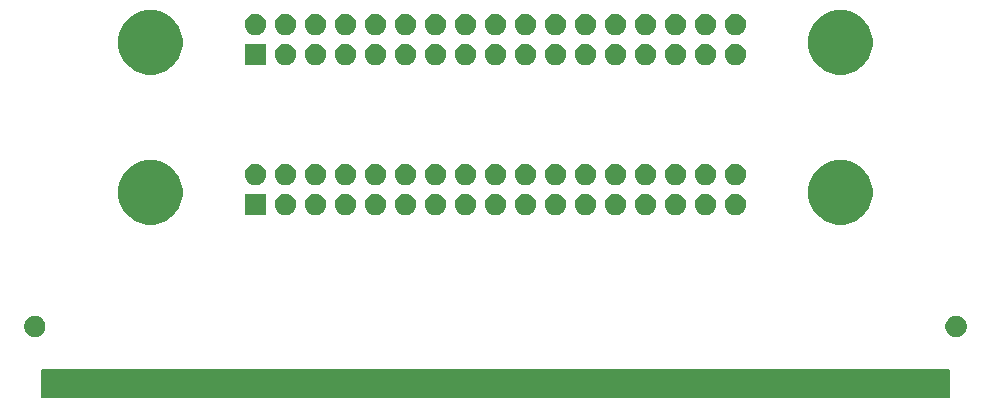
<source format=gbr>
G04 #@! TF.GenerationSoftware,KiCad,Pcbnew,5.1.5+dfsg1-2build2*
G04 #@! TF.CreationDate,2021-02-25T12:04:28+01:00*
G04 #@! TF.ProjectId,DIMMCartridgeConect,44494d4d-4361-4727-9472-69646765436f,rev?*
G04 #@! TF.SameCoordinates,Original*
G04 #@! TF.FileFunction,Soldermask,Bot*
G04 #@! TF.FilePolarity,Negative*
%FSLAX46Y46*%
G04 Gerber Fmt 4.6, Leading zero omitted, Abs format (unit mm)*
G04 Created by KiCad (PCBNEW 5.1.5+dfsg1-2build2) date 2021-02-25 12:04:28*
%MOMM*%
%LPD*%
G04 APERTURE LIST*
%ADD10C,0.150000*%
%ADD11C,0.100000*%
G04 APERTURE END LIST*
D10*
G36*
X61600000Y-130740000D02*
G01*
X61600000Y-133040000D01*
X138400000Y-133040000D01*
X138400000Y-130740000D01*
X61600000Y-130740000D01*
G37*
X61600000Y-130740000D02*
X61600000Y-133040000D01*
X138400000Y-133040000D01*
X138400000Y-130740000D01*
X61600000Y-130740000D01*
D11*
G36*
X138000000Y-132540000D02*
G01*
X104000000Y-132540000D01*
X104000000Y-130740000D01*
X138000000Y-130740000D01*
X138000000Y-132540000D01*
G37*
G36*
X100800000Y-132540000D02*
G01*
X62000000Y-132540000D01*
X62000000Y-130740000D01*
X100800000Y-130740000D01*
X100800000Y-132540000D01*
G37*
G36*
X61262520Y-126174586D02*
G01*
X61426310Y-126242430D01*
X61573717Y-126340924D01*
X61699076Y-126466283D01*
X61797570Y-126613690D01*
X61865414Y-126777480D01*
X61900000Y-126951358D01*
X61900000Y-127128642D01*
X61865414Y-127302520D01*
X61797570Y-127466310D01*
X61699076Y-127613717D01*
X61573717Y-127739076D01*
X61426310Y-127837570D01*
X61426309Y-127837571D01*
X61426308Y-127837571D01*
X61262520Y-127905414D01*
X61088644Y-127940000D01*
X60911356Y-127940000D01*
X60737480Y-127905414D01*
X60573692Y-127837571D01*
X60573691Y-127837571D01*
X60573690Y-127837570D01*
X60426283Y-127739076D01*
X60300924Y-127613717D01*
X60202430Y-127466310D01*
X60134586Y-127302520D01*
X60100000Y-127128642D01*
X60100000Y-126951358D01*
X60134586Y-126777480D01*
X60202430Y-126613690D01*
X60300924Y-126466283D01*
X60426283Y-126340924D01*
X60573690Y-126242430D01*
X60737480Y-126174586D01*
X60911356Y-126140000D01*
X61088644Y-126140000D01*
X61262520Y-126174586D01*
G37*
G36*
X139262520Y-126174586D02*
G01*
X139426310Y-126242430D01*
X139573717Y-126340924D01*
X139699076Y-126466283D01*
X139797570Y-126613690D01*
X139865414Y-126777480D01*
X139900000Y-126951358D01*
X139900000Y-127128642D01*
X139865414Y-127302520D01*
X139797570Y-127466310D01*
X139699076Y-127613717D01*
X139573717Y-127739076D01*
X139426310Y-127837570D01*
X139426309Y-127837571D01*
X139426308Y-127837571D01*
X139262520Y-127905414D01*
X139088644Y-127940000D01*
X138911356Y-127940000D01*
X138737480Y-127905414D01*
X138573692Y-127837571D01*
X138573691Y-127837571D01*
X138573690Y-127837570D01*
X138426283Y-127739076D01*
X138300924Y-127613717D01*
X138202430Y-127466310D01*
X138134586Y-127302520D01*
X138100000Y-127128642D01*
X138100000Y-126951358D01*
X138134586Y-126777480D01*
X138202430Y-126613690D01*
X138300924Y-126466283D01*
X138426283Y-126340924D01*
X138573690Y-126242430D01*
X138737480Y-126174586D01*
X138911356Y-126140000D01*
X139088644Y-126140000D01*
X139262520Y-126174586D01*
G37*
G36*
X130006310Y-113054912D02*
G01*
X130006313Y-113054913D01*
X130006312Y-113054913D01*
X130503140Y-113260706D01*
X130950273Y-113559471D01*
X131330529Y-113939727D01*
X131536940Y-114248642D01*
X131629295Y-114386862D01*
X131835088Y-114883690D01*
X131940000Y-115411117D01*
X131940000Y-115948883D01*
X131835088Y-116476310D01*
X131835087Y-116476312D01*
X131629294Y-116973140D01*
X131330529Y-117420273D01*
X130950273Y-117800529D01*
X130503140Y-118099294D01*
X130503139Y-118099295D01*
X130503138Y-118099295D01*
X130006310Y-118305088D01*
X129478883Y-118410000D01*
X128941117Y-118410000D01*
X128413690Y-118305088D01*
X127916862Y-118099295D01*
X127916861Y-118099295D01*
X127916860Y-118099294D01*
X127469727Y-117800529D01*
X127089471Y-117420273D01*
X126790706Y-116973140D01*
X126584913Y-116476312D01*
X126584912Y-116476310D01*
X126480000Y-115948883D01*
X126480000Y-115411117D01*
X126584912Y-114883690D01*
X126790705Y-114386862D01*
X126883061Y-114248642D01*
X127089471Y-113939727D01*
X127469727Y-113559471D01*
X127916860Y-113260706D01*
X128413688Y-113054913D01*
X128413687Y-113054913D01*
X128413690Y-113054912D01*
X128941117Y-112950000D01*
X129478883Y-112950000D01*
X130006310Y-113054912D01*
G37*
G36*
X71586310Y-113054912D02*
G01*
X71586313Y-113054913D01*
X71586312Y-113054913D01*
X72083140Y-113260706D01*
X72530273Y-113559471D01*
X72910529Y-113939727D01*
X73116940Y-114248642D01*
X73209295Y-114386862D01*
X73415088Y-114883690D01*
X73520000Y-115411117D01*
X73520000Y-115948883D01*
X73415088Y-116476310D01*
X73415087Y-116476312D01*
X73209294Y-116973140D01*
X72910529Y-117420273D01*
X72530273Y-117800529D01*
X72083140Y-118099294D01*
X72083139Y-118099295D01*
X72083138Y-118099295D01*
X71586310Y-118305088D01*
X71058883Y-118410000D01*
X70521117Y-118410000D01*
X69993690Y-118305088D01*
X69496862Y-118099295D01*
X69496861Y-118099295D01*
X69496860Y-118099294D01*
X69049727Y-117800529D01*
X68669471Y-117420273D01*
X68370706Y-116973140D01*
X68164913Y-116476312D01*
X68164912Y-116476310D01*
X68060000Y-115948883D01*
X68060000Y-115411117D01*
X68164912Y-114883690D01*
X68370705Y-114386862D01*
X68463061Y-114248642D01*
X68669471Y-113939727D01*
X69049727Y-113559471D01*
X69496860Y-113260706D01*
X69993688Y-113054913D01*
X69993687Y-113054913D01*
X69993690Y-113054912D01*
X70521117Y-112950000D01*
X71058883Y-112950000D01*
X71586310Y-113054912D01*
G37*
G36*
X115502520Y-115834586D02*
G01*
X115666310Y-115902430D01*
X115813717Y-116000924D01*
X115939076Y-116126283D01*
X116037570Y-116273690D01*
X116105414Y-116437480D01*
X116140000Y-116611358D01*
X116140000Y-116788642D01*
X116105414Y-116962520D01*
X116037570Y-117126310D01*
X115939076Y-117273717D01*
X115813717Y-117399076D01*
X115666310Y-117497570D01*
X115666309Y-117497571D01*
X115666308Y-117497571D01*
X115502520Y-117565414D01*
X115328644Y-117600000D01*
X115151356Y-117600000D01*
X114977480Y-117565414D01*
X114813692Y-117497571D01*
X114813691Y-117497571D01*
X114813690Y-117497570D01*
X114666283Y-117399076D01*
X114540924Y-117273717D01*
X114442430Y-117126310D01*
X114374586Y-116962520D01*
X114340000Y-116788642D01*
X114340000Y-116611358D01*
X114374586Y-116437480D01*
X114442430Y-116273690D01*
X114540924Y-116126283D01*
X114666283Y-116000924D01*
X114813690Y-115902430D01*
X114977480Y-115834586D01*
X115151356Y-115800000D01*
X115328644Y-115800000D01*
X115502520Y-115834586D01*
G37*
G36*
X120582520Y-115834586D02*
G01*
X120746310Y-115902430D01*
X120893717Y-116000924D01*
X121019076Y-116126283D01*
X121117570Y-116273690D01*
X121185414Y-116437480D01*
X121220000Y-116611358D01*
X121220000Y-116788642D01*
X121185414Y-116962520D01*
X121117570Y-117126310D01*
X121019076Y-117273717D01*
X120893717Y-117399076D01*
X120746310Y-117497570D01*
X120746309Y-117497571D01*
X120746308Y-117497571D01*
X120582520Y-117565414D01*
X120408644Y-117600000D01*
X120231356Y-117600000D01*
X120057480Y-117565414D01*
X119893692Y-117497571D01*
X119893691Y-117497571D01*
X119893690Y-117497570D01*
X119746283Y-117399076D01*
X119620924Y-117273717D01*
X119522430Y-117126310D01*
X119454586Y-116962520D01*
X119420000Y-116788642D01*
X119420000Y-116611358D01*
X119454586Y-116437480D01*
X119522430Y-116273690D01*
X119620924Y-116126283D01*
X119746283Y-116000924D01*
X119893690Y-115902430D01*
X120057480Y-115834586D01*
X120231356Y-115800000D01*
X120408644Y-115800000D01*
X120582520Y-115834586D01*
G37*
G36*
X97722520Y-115834586D02*
G01*
X97886310Y-115902430D01*
X98033717Y-116000924D01*
X98159076Y-116126283D01*
X98257570Y-116273690D01*
X98325414Y-116437480D01*
X98360000Y-116611358D01*
X98360000Y-116788642D01*
X98325414Y-116962520D01*
X98257570Y-117126310D01*
X98159076Y-117273717D01*
X98033717Y-117399076D01*
X97886310Y-117497570D01*
X97886309Y-117497571D01*
X97886308Y-117497571D01*
X97722520Y-117565414D01*
X97548644Y-117600000D01*
X97371356Y-117600000D01*
X97197480Y-117565414D01*
X97033692Y-117497571D01*
X97033691Y-117497571D01*
X97033690Y-117497570D01*
X96886283Y-117399076D01*
X96760924Y-117273717D01*
X96662430Y-117126310D01*
X96594586Y-116962520D01*
X96560000Y-116788642D01*
X96560000Y-116611358D01*
X96594586Y-116437480D01*
X96662430Y-116273690D01*
X96760924Y-116126283D01*
X96886283Y-116000924D01*
X97033690Y-115902430D01*
X97197480Y-115834586D01*
X97371356Y-115800000D01*
X97548644Y-115800000D01*
X97722520Y-115834586D01*
G37*
G36*
X102802520Y-115834586D02*
G01*
X102966310Y-115902430D01*
X103113717Y-116000924D01*
X103239076Y-116126283D01*
X103337570Y-116273690D01*
X103405414Y-116437480D01*
X103440000Y-116611358D01*
X103440000Y-116788642D01*
X103405414Y-116962520D01*
X103337570Y-117126310D01*
X103239076Y-117273717D01*
X103113717Y-117399076D01*
X102966310Y-117497570D01*
X102966309Y-117497571D01*
X102966308Y-117497571D01*
X102802520Y-117565414D01*
X102628644Y-117600000D01*
X102451356Y-117600000D01*
X102277480Y-117565414D01*
X102113692Y-117497571D01*
X102113691Y-117497571D01*
X102113690Y-117497570D01*
X101966283Y-117399076D01*
X101840924Y-117273717D01*
X101742430Y-117126310D01*
X101674586Y-116962520D01*
X101640000Y-116788642D01*
X101640000Y-116611358D01*
X101674586Y-116437480D01*
X101742430Y-116273690D01*
X101840924Y-116126283D01*
X101966283Y-116000924D01*
X102113690Y-115902430D01*
X102277480Y-115834586D01*
X102451356Y-115800000D01*
X102628644Y-115800000D01*
X102802520Y-115834586D01*
G37*
G36*
X105342520Y-115834586D02*
G01*
X105506310Y-115902430D01*
X105653717Y-116000924D01*
X105779076Y-116126283D01*
X105877570Y-116273690D01*
X105945414Y-116437480D01*
X105980000Y-116611358D01*
X105980000Y-116788642D01*
X105945414Y-116962520D01*
X105877570Y-117126310D01*
X105779076Y-117273717D01*
X105653717Y-117399076D01*
X105506310Y-117497570D01*
X105506309Y-117497571D01*
X105506308Y-117497571D01*
X105342520Y-117565414D01*
X105168644Y-117600000D01*
X104991356Y-117600000D01*
X104817480Y-117565414D01*
X104653692Y-117497571D01*
X104653691Y-117497571D01*
X104653690Y-117497570D01*
X104506283Y-117399076D01*
X104380924Y-117273717D01*
X104282430Y-117126310D01*
X104214586Y-116962520D01*
X104180000Y-116788642D01*
X104180000Y-116611358D01*
X104214586Y-116437480D01*
X104282430Y-116273690D01*
X104380924Y-116126283D01*
X104506283Y-116000924D01*
X104653690Y-115902430D01*
X104817480Y-115834586D01*
X104991356Y-115800000D01*
X105168644Y-115800000D01*
X105342520Y-115834586D01*
G37*
G36*
X107882520Y-115834586D02*
G01*
X108046310Y-115902430D01*
X108193717Y-116000924D01*
X108319076Y-116126283D01*
X108417570Y-116273690D01*
X108485414Y-116437480D01*
X108520000Y-116611358D01*
X108520000Y-116788642D01*
X108485414Y-116962520D01*
X108417570Y-117126310D01*
X108319076Y-117273717D01*
X108193717Y-117399076D01*
X108046310Y-117497570D01*
X108046309Y-117497571D01*
X108046308Y-117497571D01*
X107882520Y-117565414D01*
X107708644Y-117600000D01*
X107531356Y-117600000D01*
X107357480Y-117565414D01*
X107193692Y-117497571D01*
X107193691Y-117497571D01*
X107193690Y-117497570D01*
X107046283Y-117399076D01*
X106920924Y-117273717D01*
X106822430Y-117126310D01*
X106754586Y-116962520D01*
X106720000Y-116788642D01*
X106720000Y-116611358D01*
X106754586Y-116437480D01*
X106822430Y-116273690D01*
X106920924Y-116126283D01*
X107046283Y-116000924D01*
X107193690Y-115902430D01*
X107357480Y-115834586D01*
X107531356Y-115800000D01*
X107708644Y-115800000D01*
X107882520Y-115834586D01*
G37*
G36*
X110422520Y-115834586D02*
G01*
X110586310Y-115902430D01*
X110733717Y-116000924D01*
X110859076Y-116126283D01*
X110957570Y-116273690D01*
X111025414Y-116437480D01*
X111060000Y-116611358D01*
X111060000Y-116788642D01*
X111025414Y-116962520D01*
X110957570Y-117126310D01*
X110859076Y-117273717D01*
X110733717Y-117399076D01*
X110586310Y-117497570D01*
X110586309Y-117497571D01*
X110586308Y-117497571D01*
X110422520Y-117565414D01*
X110248644Y-117600000D01*
X110071356Y-117600000D01*
X109897480Y-117565414D01*
X109733692Y-117497571D01*
X109733691Y-117497571D01*
X109733690Y-117497570D01*
X109586283Y-117399076D01*
X109460924Y-117273717D01*
X109362430Y-117126310D01*
X109294586Y-116962520D01*
X109260000Y-116788642D01*
X109260000Y-116611358D01*
X109294586Y-116437480D01*
X109362430Y-116273690D01*
X109460924Y-116126283D01*
X109586283Y-116000924D01*
X109733690Y-115902430D01*
X109897480Y-115834586D01*
X110071356Y-115800000D01*
X110248644Y-115800000D01*
X110422520Y-115834586D01*
G37*
G36*
X112962520Y-115834586D02*
G01*
X113126310Y-115902430D01*
X113273717Y-116000924D01*
X113399076Y-116126283D01*
X113497570Y-116273690D01*
X113565414Y-116437480D01*
X113600000Y-116611358D01*
X113600000Y-116788642D01*
X113565414Y-116962520D01*
X113497570Y-117126310D01*
X113399076Y-117273717D01*
X113273717Y-117399076D01*
X113126310Y-117497570D01*
X113126309Y-117497571D01*
X113126308Y-117497571D01*
X112962520Y-117565414D01*
X112788644Y-117600000D01*
X112611356Y-117600000D01*
X112437480Y-117565414D01*
X112273692Y-117497571D01*
X112273691Y-117497571D01*
X112273690Y-117497570D01*
X112126283Y-117399076D01*
X112000924Y-117273717D01*
X111902430Y-117126310D01*
X111834586Y-116962520D01*
X111800000Y-116788642D01*
X111800000Y-116611358D01*
X111834586Y-116437480D01*
X111902430Y-116273690D01*
X112000924Y-116126283D01*
X112126283Y-116000924D01*
X112273690Y-115902430D01*
X112437480Y-115834586D01*
X112611356Y-115800000D01*
X112788644Y-115800000D01*
X112962520Y-115834586D01*
G37*
G36*
X100262520Y-115834586D02*
G01*
X100426310Y-115902430D01*
X100573717Y-116000924D01*
X100699076Y-116126283D01*
X100797570Y-116273690D01*
X100865414Y-116437480D01*
X100900000Y-116611358D01*
X100900000Y-116788642D01*
X100865414Y-116962520D01*
X100797570Y-117126310D01*
X100699076Y-117273717D01*
X100573717Y-117399076D01*
X100426310Y-117497570D01*
X100426309Y-117497571D01*
X100426308Y-117497571D01*
X100262520Y-117565414D01*
X100088644Y-117600000D01*
X99911356Y-117600000D01*
X99737480Y-117565414D01*
X99573692Y-117497571D01*
X99573691Y-117497571D01*
X99573690Y-117497570D01*
X99426283Y-117399076D01*
X99300924Y-117273717D01*
X99202430Y-117126310D01*
X99134586Y-116962520D01*
X99100000Y-116788642D01*
X99100000Y-116611358D01*
X99134586Y-116437480D01*
X99202430Y-116273690D01*
X99300924Y-116126283D01*
X99426283Y-116000924D01*
X99573690Y-115902430D01*
X99737480Y-115834586D01*
X99911356Y-115800000D01*
X100088644Y-115800000D01*
X100262520Y-115834586D01*
G37*
G36*
X95182520Y-115834586D02*
G01*
X95346310Y-115902430D01*
X95493717Y-116000924D01*
X95619076Y-116126283D01*
X95717570Y-116273690D01*
X95785414Y-116437480D01*
X95820000Y-116611358D01*
X95820000Y-116788642D01*
X95785414Y-116962520D01*
X95717570Y-117126310D01*
X95619076Y-117273717D01*
X95493717Y-117399076D01*
X95346310Y-117497570D01*
X95346309Y-117497571D01*
X95346308Y-117497571D01*
X95182520Y-117565414D01*
X95008644Y-117600000D01*
X94831356Y-117600000D01*
X94657480Y-117565414D01*
X94493692Y-117497571D01*
X94493691Y-117497571D01*
X94493690Y-117497570D01*
X94346283Y-117399076D01*
X94220924Y-117273717D01*
X94122430Y-117126310D01*
X94054586Y-116962520D01*
X94020000Y-116788642D01*
X94020000Y-116611358D01*
X94054586Y-116437480D01*
X94122430Y-116273690D01*
X94220924Y-116126283D01*
X94346283Y-116000924D01*
X94493690Y-115902430D01*
X94657480Y-115834586D01*
X94831356Y-115800000D01*
X95008644Y-115800000D01*
X95182520Y-115834586D01*
G37*
G36*
X92642520Y-115834586D02*
G01*
X92806310Y-115902430D01*
X92953717Y-116000924D01*
X93079076Y-116126283D01*
X93177570Y-116273690D01*
X93245414Y-116437480D01*
X93280000Y-116611358D01*
X93280000Y-116788642D01*
X93245414Y-116962520D01*
X93177570Y-117126310D01*
X93079076Y-117273717D01*
X92953717Y-117399076D01*
X92806310Y-117497570D01*
X92806309Y-117497571D01*
X92806308Y-117497571D01*
X92642520Y-117565414D01*
X92468644Y-117600000D01*
X92291356Y-117600000D01*
X92117480Y-117565414D01*
X91953692Y-117497571D01*
X91953691Y-117497571D01*
X91953690Y-117497570D01*
X91806283Y-117399076D01*
X91680924Y-117273717D01*
X91582430Y-117126310D01*
X91514586Y-116962520D01*
X91480000Y-116788642D01*
X91480000Y-116611358D01*
X91514586Y-116437480D01*
X91582430Y-116273690D01*
X91680924Y-116126283D01*
X91806283Y-116000924D01*
X91953690Y-115902430D01*
X92117480Y-115834586D01*
X92291356Y-115800000D01*
X92468644Y-115800000D01*
X92642520Y-115834586D01*
G37*
G36*
X90102520Y-115834586D02*
G01*
X90266310Y-115902430D01*
X90413717Y-116000924D01*
X90539076Y-116126283D01*
X90637570Y-116273690D01*
X90705414Y-116437480D01*
X90740000Y-116611358D01*
X90740000Y-116788642D01*
X90705414Y-116962520D01*
X90637570Y-117126310D01*
X90539076Y-117273717D01*
X90413717Y-117399076D01*
X90266310Y-117497570D01*
X90266309Y-117497571D01*
X90266308Y-117497571D01*
X90102520Y-117565414D01*
X89928644Y-117600000D01*
X89751356Y-117600000D01*
X89577480Y-117565414D01*
X89413692Y-117497571D01*
X89413691Y-117497571D01*
X89413690Y-117497570D01*
X89266283Y-117399076D01*
X89140924Y-117273717D01*
X89042430Y-117126310D01*
X88974586Y-116962520D01*
X88940000Y-116788642D01*
X88940000Y-116611358D01*
X88974586Y-116437480D01*
X89042430Y-116273690D01*
X89140924Y-116126283D01*
X89266283Y-116000924D01*
X89413690Y-115902430D01*
X89577480Y-115834586D01*
X89751356Y-115800000D01*
X89928644Y-115800000D01*
X90102520Y-115834586D01*
G37*
G36*
X87562520Y-115834586D02*
G01*
X87726310Y-115902430D01*
X87873717Y-116000924D01*
X87999076Y-116126283D01*
X88097570Y-116273690D01*
X88165414Y-116437480D01*
X88200000Y-116611358D01*
X88200000Y-116788642D01*
X88165414Y-116962520D01*
X88097570Y-117126310D01*
X87999076Y-117273717D01*
X87873717Y-117399076D01*
X87726310Y-117497570D01*
X87726309Y-117497571D01*
X87726308Y-117497571D01*
X87562520Y-117565414D01*
X87388644Y-117600000D01*
X87211356Y-117600000D01*
X87037480Y-117565414D01*
X86873692Y-117497571D01*
X86873691Y-117497571D01*
X86873690Y-117497570D01*
X86726283Y-117399076D01*
X86600924Y-117273717D01*
X86502430Y-117126310D01*
X86434586Y-116962520D01*
X86400000Y-116788642D01*
X86400000Y-116611358D01*
X86434586Y-116437480D01*
X86502430Y-116273690D01*
X86600924Y-116126283D01*
X86726283Y-116000924D01*
X86873690Y-115902430D01*
X87037480Y-115834586D01*
X87211356Y-115800000D01*
X87388644Y-115800000D01*
X87562520Y-115834586D01*
G37*
G36*
X85022520Y-115834586D02*
G01*
X85186310Y-115902430D01*
X85333717Y-116000924D01*
X85459076Y-116126283D01*
X85557570Y-116273690D01*
X85625414Y-116437480D01*
X85660000Y-116611358D01*
X85660000Y-116788642D01*
X85625414Y-116962520D01*
X85557570Y-117126310D01*
X85459076Y-117273717D01*
X85333717Y-117399076D01*
X85186310Y-117497570D01*
X85186309Y-117497571D01*
X85186308Y-117497571D01*
X85022520Y-117565414D01*
X84848644Y-117600000D01*
X84671356Y-117600000D01*
X84497480Y-117565414D01*
X84333692Y-117497571D01*
X84333691Y-117497571D01*
X84333690Y-117497570D01*
X84186283Y-117399076D01*
X84060924Y-117273717D01*
X83962430Y-117126310D01*
X83894586Y-116962520D01*
X83860000Y-116788642D01*
X83860000Y-116611358D01*
X83894586Y-116437480D01*
X83962430Y-116273690D01*
X84060924Y-116126283D01*
X84186283Y-116000924D01*
X84333690Y-115902430D01*
X84497480Y-115834586D01*
X84671356Y-115800000D01*
X84848644Y-115800000D01*
X85022520Y-115834586D01*
G37*
G36*
X82482520Y-115834586D02*
G01*
X82646310Y-115902430D01*
X82793717Y-116000924D01*
X82919076Y-116126283D01*
X83017570Y-116273690D01*
X83085414Y-116437480D01*
X83120000Y-116611358D01*
X83120000Y-116788642D01*
X83085414Y-116962520D01*
X83017570Y-117126310D01*
X82919076Y-117273717D01*
X82793717Y-117399076D01*
X82646310Y-117497570D01*
X82646309Y-117497571D01*
X82646308Y-117497571D01*
X82482520Y-117565414D01*
X82308644Y-117600000D01*
X82131356Y-117600000D01*
X81957480Y-117565414D01*
X81793692Y-117497571D01*
X81793691Y-117497571D01*
X81793690Y-117497570D01*
X81646283Y-117399076D01*
X81520924Y-117273717D01*
X81422430Y-117126310D01*
X81354586Y-116962520D01*
X81320000Y-116788642D01*
X81320000Y-116611358D01*
X81354586Y-116437480D01*
X81422430Y-116273690D01*
X81520924Y-116126283D01*
X81646283Y-116000924D01*
X81793690Y-115902430D01*
X81957480Y-115834586D01*
X82131356Y-115800000D01*
X82308644Y-115800000D01*
X82482520Y-115834586D01*
G37*
G36*
X80580000Y-117600000D02*
G01*
X78780000Y-117600000D01*
X78780000Y-115800000D01*
X80580000Y-115800000D01*
X80580000Y-117600000D01*
G37*
G36*
X118042520Y-115834586D02*
G01*
X118206310Y-115902430D01*
X118353717Y-116000924D01*
X118479076Y-116126283D01*
X118577570Y-116273690D01*
X118645414Y-116437480D01*
X118680000Y-116611358D01*
X118680000Y-116788642D01*
X118645414Y-116962520D01*
X118577570Y-117126310D01*
X118479076Y-117273717D01*
X118353717Y-117399076D01*
X118206310Y-117497570D01*
X118206309Y-117497571D01*
X118206308Y-117497571D01*
X118042520Y-117565414D01*
X117868644Y-117600000D01*
X117691356Y-117600000D01*
X117517480Y-117565414D01*
X117353692Y-117497571D01*
X117353691Y-117497571D01*
X117353690Y-117497570D01*
X117206283Y-117399076D01*
X117080924Y-117273717D01*
X116982430Y-117126310D01*
X116914586Y-116962520D01*
X116880000Y-116788642D01*
X116880000Y-116611358D01*
X116914586Y-116437480D01*
X116982430Y-116273690D01*
X117080924Y-116126283D01*
X117206283Y-116000924D01*
X117353690Y-115902430D01*
X117517480Y-115834586D01*
X117691356Y-115800000D01*
X117868644Y-115800000D01*
X118042520Y-115834586D01*
G37*
G36*
X100262520Y-113294586D02*
G01*
X100426310Y-113362430D01*
X100573717Y-113460924D01*
X100699076Y-113586283D01*
X100797570Y-113733690D01*
X100865414Y-113897480D01*
X100900000Y-114071358D01*
X100900000Y-114248642D01*
X100865414Y-114422520D01*
X100797570Y-114586310D01*
X100699076Y-114733717D01*
X100573717Y-114859076D01*
X100426310Y-114957570D01*
X100426309Y-114957571D01*
X100426308Y-114957571D01*
X100262520Y-115025414D01*
X100088644Y-115060000D01*
X99911356Y-115060000D01*
X99737480Y-115025414D01*
X99573692Y-114957571D01*
X99573691Y-114957571D01*
X99573690Y-114957570D01*
X99426283Y-114859076D01*
X99300924Y-114733717D01*
X99202430Y-114586310D01*
X99134586Y-114422520D01*
X99100000Y-114248642D01*
X99100000Y-114071358D01*
X99134586Y-113897480D01*
X99202430Y-113733690D01*
X99300924Y-113586283D01*
X99426283Y-113460924D01*
X99573690Y-113362430D01*
X99737480Y-113294586D01*
X99911356Y-113260000D01*
X100088644Y-113260000D01*
X100262520Y-113294586D01*
G37*
G36*
X118042520Y-113294586D02*
G01*
X118206310Y-113362430D01*
X118353717Y-113460924D01*
X118479076Y-113586283D01*
X118577570Y-113733690D01*
X118645414Y-113897480D01*
X118680000Y-114071358D01*
X118680000Y-114248642D01*
X118645414Y-114422520D01*
X118577570Y-114586310D01*
X118479076Y-114733717D01*
X118353717Y-114859076D01*
X118206310Y-114957570D01*
X118206309Y-114957571D01*
X118206308Y-114957571D01*
X118042520Y-115025414D01*
X117868644Y-115060000D01*
X117691356Y-115060000D01*
X117517480Y-115025414D01*
X117353692Y-114957571D01*
X117353691Y-114957571D01*
X117353690Y-114957570D01*
X117206283Y-114859076D01*
X117080924Y-114733717D01*
X116982430Y-114586310D01*
X116914586Y-114422520D01*
X116880000Y-114248642D01*
X116880000Y-114071358D01*
X116914586Y-113897480D01*
X116982430Y-113733690D01*
X117080924Y-113586283D01*
X117206283Y-113460924D01*
X117353690Y-113362430D01*
X117517480Y-113294586D01*
X117691356Y-113260000D01*
X117868644Y-113260000D01*
X118042520Y-113294586D01*
G37*
G36*
X115502520Y-113294586D02*
G01*
X115666310Y-113362430D01*
X115813717Y-113460924D01*
X115939076Y-113586283D01*
X116037570Y-113733690D01*
X116105414Y-113897480D01*
X116140000Y-114071358D01*
X116140000Y-114248642D01*
X116105414Y-114422520D01*
X116037570Y-114586310D01*
X115939076Y-114733717D01*
X115813717Y-114859076D01*
X115666310Y-114957570D01*
X115666309Y-114957571D01*
X115666308Y-114957571D01*
X115502520Y-115025414D01*
X115328644Y-115060000D01*
X115151356Y-115060000D01*
X114977480Y-115025414D01*
X114813692Y-114957571D01*
X114813691Y-114957571D01*
X114813690Y-114957570D01*
X114666283Y-114859076D01*
X114540924Y-114733717D01*
X114442430Y-114586310D01*
X114374586Y-114422520D01*
X114340000Y-114248642D01*
X114340000Y-114071358D01*
X114374586Y-113897480D01*
X114442430Y-113733690D01*
X114540924Y-113586283D01*
X114666283Y-113460924D01*
X114813690Y-113362430D01*
X114977480Y-113294586D01*
X115151356Y-113260000D01*
X115328644Y-113260000D01*
X115502520Y-113294586D01*
G37*
G36*
X112962520Y-113294586D02*
G01*
X113126310Y-113362430D01*
X113273717Y-113460924D01*
X113399076Y-113586283D01*
X113497570Y-113733690D01*
X113565414Y-113897480D01*
X113600000Y-114071358D01*
X113600000Y-114248642D01*
X113565414Y-114422520D01*
X113497570Y-114586310D01*
X113399076Y-114733717D01*
X113273717Y-114859076D01*
X113126310Y-114957570D01*
X113126309Y-114957571D01*
X113126308Y-114957571D01*
X112962520Y-115025414D01*
X112788644Y-115060000D01*
X112611356Y-115060000D01*
X112437480Y-115025414D01*
X112273692Y-114957571D01*
X112273691Y-114957571D01*
X112273690Y-114957570D01*
X112126283Y-114859076D01*
X112000924Y-114733717D01*
X111902430Y-114586310D01*
X111834586Y-114422520D01*
X111800000Y-114248642D01*
X111800000Y-114071358D01*
X111834586Y-113897480D01*
X111902430Y-113733690D01*
X112000924Y-113586283D01*
X112126283Y-113460924D01*
X112273690Y-113362430D01*
X112437480Y-113294586D01*
X112611356Y-113260000D01*
X112788644Y-113260000D01*
X112962520Y-113294586D01*
G37*
G36*
X102802520Y-113294586D02*
G01*
X102966310Y-113362430D01*
X103113717Y-113460924D01*
X103239076Y-113586283D01*
X103337570Y-113733690D01*
X103405414Y-113897480D01*
X103440000Y-114071358D01*
X103440000Y-114248642D01*
X103405414Y-114422520D01*
X103337570Y-114586310D01*
X103239076Y-114733717D01*
X103113717Y-114859076D01*
X102966310Y-114957570D01*
X102966309Y-114957571D01*
X102966308Y-114957571D01*
X102802520Y-115025414D01*
X102628644Y-115060000D01*
X102451356Y-115060000D01*
X102277480Y-115025414D01*
X102113692Y-114957571D01*
X102113691Y-114957571D01*
X102113690Y-114957570D01*
X101966283Y-114859076D01*
X101840924Y-114733717D01*
X101742430Y-114586310D01*
X101674586Y-114422520D01*
X101640000Y-114248642D01*
X101640000Y-114071358D01*
X101674586Y-113897480D01*
X101742430Y-113733690D01*
X101840924Y-113586283D01*
X101966283Y-113460924D01*
X102113690Y-113362430D01*
X102277480Y-113294586D01*
X102451356Y-113260000D01*
X102628644Y-113260000D01*
X102802520Y-113294586D01*
G37*
G36*
X110422520Y-113294586D02*
G01*
X110586310Y-113362430D01*
X110733717Y-113460924D01*
X110859076Y-113586283D01*
X110957570Y-113733690D01*
X111025414Y-113897480D01*
X111060000Y-114071358D01*
X111060000Y-114248642D01*
X111025414Y-114422520D01*
X110957570Y-114586310D01*
X110859076Y-114733717D01*
X110733717Y-114859076D01*
X110586310Y-114957570D01*
X110586309Y-114957571D01*
X110586308Y-114957571D01*
X110422520Y-115025414D01*
X110248644Y-115060000D01*
X110071356Y-115060000D01*
X109897480Y-115025414D01*
X109733692Y-114957571D01*
X109733691Y-114957571D01*
X109733690Y-114957570D01*
X109586283Y-114859076D01*
X109460924Y-114733717D01*
X109362430Y-114586310D01*
X109294586Y-114422520D01*
X109260000Y-114248642D01*
X109260000Y-114071358D01*
X109294586Y-113897480D01*
X109362430Y-113733690D01*
X109460924Y-113586283D01*
X109586283Y-113460924D01*
X109733690Y-113362430D01*
X109897480Y-113294586D01*
X110071356Y-113260000D01*
X110248644Y-113260000D01*
X110422520Y-113294586D01*
G37*
G36*
X105342520Y-113294586D02*
G01*
X105506310Y-113362430D01*
X105653717Y-113460924D01*
X105779076Y-113586283D01*
X105877570Y-113733690D01*
X105945414Y-113897480D01*
X105980000Y-114071358D01*
X105980000Y-114248642D01*
X105945414Y-114422520D01*
X105877570Y-114586310D01*
X105779076Y-114733717D01*
X105653717Y-114859076D01*
X105506310Y-114957570D01*
X105506309Y-114957571D01*
X105506308Y-114957571D01*
X105342520Y-115025414D01*
X105168644Y-115060000D01*
X104991356Y-115060000D01*
X104817480Y-115025414D01*
X104653692Y-114957571D01*
X104653691Y-114957571D01*
X104653690Y-114957570D01*
X104506283Y-114859076D01*
X104380924Y-114733717D01*
X104282430Y-114586310D01*
X104214586Y-114422520D01*
X104180000Y-114248642D01*
X104180000Y-114071358D01*
X104214586Y-113897480D01*
X104282430Y-113733690D01*
X104380924Y-113586283D01*
X104506283Y-113460924D01*
X104653690Y-113362430D01*
X104817480Y-113294586D01*
X104991356Y-113260000D01*
X105168644Y-113260000D01*
X105342520Y-113294586D01*
G37*
G36*
X107882520Y-113294586D02*
G01*
X108046310Y-113362430D01*
X108193717Y-113460924D01*
X108319076Y-113586283D01*
X108417570Y-113733690D01*
X108485414Y-113897480D01*
X108520000Y-114071358D01*
X108520000Y-114248642D01*
X108485414Y-114422520D01*
X108417570Y-114586310D01*
X108319076Y-114733717D01*
X108193717Y-114859076D01*
X108046310Y-114957570D01*
X108046309Y-114957571D01*
X108046308Y-114957571D01*
X107882520Y-115025414D01*
X107708644Y-115060000D01*
X107531356Y-115060000D01*
X107357480Y-115025414D01*
X107193692Y-114957571D01*
X107193691Y-114957571D01*
X107193690Y-114957570D01*
X107046283Y-114859076D01*
X106920924Y-114733717D01*
X106822430Y-114586310D01*
X106754586Y-114422520D01*
X106720000Y-114248642D01*
X106720000Y-114071358D01*
X106754586Y-113897480D01*
X106822430Y-113733690D01*
X106920924Y-113586283D01*
X107046283Y-113460924D01*
X107193690Y-113362430D01*
X107357480Y-113294586D01*
X107531356Y-113260000D01*
X107708644Y-113260000D01*
X107882520Y-113294586D01*
G37*
G36*
X92642520Y-113294586D02*
G01*
X92806310Y-113362430D01*
X92953717Y-113460924D01*
X93079076Y-113586283D01*
X93177570Y-113733690D01*
X93245414Y-113897480D01*
X93280000Y-114071358D01*
X93280000Y-114248642D01*
X93245414Y-114422520D01*
X93177570Y-114586310D01*
X93079076Y-114733717D01*
X92953717Y-114859076D01*
X92806310Y-114957570D01*
X92806309Y-114957571D01*
X92806308Y-114957571D01*
X92642520Y-115025414D01*
X92468644Y-115060000D01*
X92291356Y-115060000D01*
X92117480Y-115025414D01*
X91953692Y-114957571D01*
X91953691Y-114957571D01*
X91953690Y-114957570D01*
X91806283Y-114859076D01*
X91680924Y-114733717D01*
X91582430Y-114586310D01*
X91514586Y-114422520D01*
X91480000Y-114248642D01*
X91480000Y-114071358D01*
X91514586Y-113897480D01*
X91582430Y-113733690D01*
X91680924Y-113586283D01*
X91806283Y-113460924D01*
X91953690Y-113362430D01*
X92117480Y-113294586D01*
X92291356Y-113260000D01*
X92468644Y-113260000D01*
X92642520Y-113294586D01*
G37*
G36*
X90102520Y-113294586D02*
G01*
X90266310Y-113362430D01*
X90413717Y-113460924D01*
X90539076Y-113586283D01*
X90637570Y-113733690D01*
X90705414Y-113897480D01*
X90740000Y-114071358D01*
X90740000Y-114248642D01*
X90705414Y-114422520D01*
X90637570Y-114586310D01*
X90539076Y-114733717D01*
X90413717Y-114859076D01*
X90266310Y-114957570D01*
X90266309Y-114957571D01*
X90266308Y-114957571D01*
X90102520Y-115025414D01*
X89928644Y-115060000D01*
X89751356Y-115060000D01*
X89577480Y-115025414D01*
X89413692Y-114957571D01*
X89413691Y-114957571D01*
X89413690Y-114957570D01*
X89266283Y-114859076D01*
X89140924Y-114733717D01*
X89042430Y-114586310D01*
X88974586Y-114422520D01*
X88940000Y-114248642D01*
X88940000Y-114071358D01*
X88974586Y-113897480D01*
X89042430Y-113733690D01*
X89140924Y-113586283D01*
X89266283Y-113460924D01*
X89413690Y-113362430D01*
X89577480Y-113294586D01*
X89751356Y-113260000D01*
X89928644Y-113260000D01*
X90102520Y-113294586D01*
G37*
G36*
X87562520Y-113294586D02*
G01*
X87726310Y-113362430D01*
X87873717Y-113460924D01*
X87999076Y-113586283D01*
X88097570Y-113733690D01*
X88165414Y-113897480D01*
X88200000Y-114071358D01*
X88200000Y-114248642D01*
X88165414Y-114422520D01*
X88097570Y-114586310D01*
X87999076Y-114733717D01*
X87873717Y-114859076D01*
X87726310Y-114957570D01*
X87726309Y-114957571D01*
X87726308Y-114957571D01*
X87562520Y-115025414D01*
X87388644Y-115060000D01*
X87211356Y-115060000D01*
X87037480Y-115025414D01*
X86873692Y-114957571D01*
X86873691Y-114957571D01*
X86873690Y-114957570D01*
X86726283Y-114859076D01*
X86600924Y-114733717D01*
X86502430Y-114586310D01*
X86434586Y-114422520D01*
X86400000Y-114248642D01*
X86400000Y-114071358D01*
X86434586Y-113897480D01*
X86502430Y-113733690D01*
X86600924Y-113586283D01*
X86726283Y-113460924D01*
X86873690Y-113362430D01*
X87037480Y-113294586D01*
X87211356Y-113260000D01*
X87388644Y-113260000D01*
X87562520Y-113294586D01*
G37*
G36*
X85022520Y-113294586D02*
G01*
X85186310Y-113362430D01*
X85333717Y-113460924D01*
X85459076Y-113586283D01*
X85557570Y-113733690D01*
X85625414Y-113897480D01*
X85660000Y-114071358D01*
X85660000Y-114248642D01*
X85625414Y-114422520D01*
X85557570Y-114586310D01*
X85459076Y-114733717D01*
X85333717Y-114859076D01*
X85186310Y-114957570D01*
X85186309Y-114957571D01*
X85186308Y-114957571D01*
X85022520Y-115025414D01*
X84848644Y-115060000D01*
X84671356Y-115060000D01*
X84497480Y-115025414D01*
X84333692Y-114957571D01*
X84333691Y-114957571D01*
X84333690Y-114957570D01*
X84186283Y-114859076D01*
X84060924Y-114733717D01*
X83962430Y-114586310D01*
X83894586Y-114422520D01*
X83860000Y-114248642D01*
X83860000Y-114071358D01*
X83894586Y-113897480D01*
X83962430Y-113733690D01*
X84060924Y-113586283D01*
X84186283Y-113460924D01*
X84333690Y-113362430D01*
X84497480Y-113294586D01*
X84671356Y-113260000D01*
X84848644Y-113260000D01*
X85022520Y-113294586D01*
G37*
G36*
X82482520Y-113294586D02*
G01*
X82646310Y-113362430D01*
X82793717Y-113460924D01*
X82919076Y-113586283D01*
X83017570Y-113733690D01*
X83085414Y-113897480D01*
X83120000Y-114071358D01*
X83120000Y-114248642D01*
X83085414Y-114422520D01*
X83017570Y-114586310D01*
X82919076Y-114733717D01*
X82793717Y-114859076D01*
X82646310Y-114957570D01*
X82646309Y-114957571D01*
X82646308Y-114957571D01*
X82482520Y-115025414D01*
X82308644Y-115060000D01*
X82131356Y-115060000D01*
X81957480Y-115025414D01*
X81793692Y-114957571D01*
X81793691Y-114957571D01*
X81793690Y-114957570D01*
X81646283Y-114859076D01*
X81520924Y-114733717D01*
X81422430Y-114586310D01*
X81354586Y-114422520D01*
X81320000Y-114248642D01*
X81320000Y-114071358D01*
X81354586Y-113897480D01*
X81422430Y-113733690D01*
X81520924Y-113586283D01*
X81646283Y-113460924D01*
X81793690Y-113362430D01*
X81957480Y-113294586D01*
X82131356Y-113260000D01*
X82308644Y-113260000D01*
X82482520Y-113294586D01*
G37*
G36*
X79942520Y-113294586D02*
G01*
X80106310Y-113362430D01*
X80253717Y-113460924D01*
X80379076Y-113586283D01*
X80477570Y-113733690D01*
X80545414Y-113897480D01*
X80580000Y-114071358D01*
X80580000Y-114248642D01*
X80545414Y-114422520D01*
X80477570Y-114586310D01*
X80379076Y-114733717D01*
X80253717Y-114859076D01*
X80106310Y-114957570D01*
X80106309Y-114957571D01*
X80106308Y-114957571D01*
X79942520Y-115025414D01*
X79768644Y-115060000D01*
X79591356Y-115060000D01*
X79417480Y-115025414D01*
X79253692Y-114957571D01*
X79253691Y-114957571D01*
X79253690Y-114957570D01*
X79106283Y-114859076D01*
X78980924Y-114733717D01*
X78882430Y-114586310D01*
X78814586Y-114422520D01*
X78780000Y-114248642D01*
X78780000Y-114071358D01*
X78814586Y-113897480D01*
X78882430Y-113733690D01*
X78980924Y-113586283D01*
X79106283Y-113460924D01*
X79253690Y-113362430D01*
X79417480Y-113294586D01*
X79591356Y-113260000D01*
X79768644Y-113260000D01*
X79942520Y-113294586D01*
G37*
G36*
X97722520Y-113294586D02*
G01*
X97886310Y-113362430D01*
X98033717Y-113460924D01*
X98159076Y-113586283D01*
X98257570Y-113733690D01*
X98325414Y-113897480D01*
X98360000Y-114071358D01*
X98360000Y-114248642D01*
X98325414Y-114422520D01*
X98257570Y-114586310D01*
X98159076Y-114733717D01*
X98033717Y-114859076D01*
X97886310Y-114957570D01*
X97886309Y-114957571D01*
X97886308Y-114957571D01*
X97722520Y-115025414D01*
X97548644Y-115060000D01*
X97371356Y-115060000D01*
X97197480Y-115025414D01*
X97033692Y-114957571D01*
X97033691Y-114957571D01*
X97033690Y-114957570D01*
X96886283Y-114859076D01*
X96760924Y-114733717D01*
X96662430Y-114586310D01*
X96594586Y-114422520D01*
X96560000Y-114248642D01*
X96560000Y-114071358D01*
X96594586Y-113897480D01*
X96662430Y-113733690D01*
X96760924Y-113586283D01*
X96886283Y-113460924D01*
X97033690Y-113362430D01*
X97197480Y-113294586D01*
X97371356Y-113260000D01*
X97548644Y-113260000D01*
X97722520Y-113294586D01*
G37*
G36*
X120582520Y-113294586D02*
G01*
X120746310Y-113362430D01*
X120893717Y-113460924D01*
X121019076Y-113586283D01*
X121117570Y-113733690D01*
X121185414Y-113897480D01*
X121220000Y-114071358D01*
X121220000Y-114248642D01*
X121185414Y-114422520D01*
X121117570Y-114586310D01*
X121019076Y-114733717D01*
X120893717Y-114859076D01*
X120746310Y-114957570D01*
X120746309Y-114957571D01*
X120746308Y-114957571D01*
X120582520Y-115025414D01*
X120408644Y-115060000D01*
X120231356Y-115060000D01*
X120057480Y-115025414D01*
X119893692Y-114957571D01*
X119893691Y-114957571D01*
X119893690Y-114957570D01*
X119746283Y-114859076D01*
X119620924Y-114733717D01*
X119522430Y-114586310D01*
X119454586Y-114422520D01*
X119420000Y-114248642D01*
X119420000Y-114071358D01*
X119454586Y-113897480D01*
X119522430Y-113733690D01*
X119620924Y-113586283D01*
X119746283Y-113460924D01*
X119893690Y-113362430D01*
X120057480Y-113294586D01*
X120231356Y-113260000D01*
X120408644Y-113260000D01*
X120582520Y-113294586D01*
G37*
G36*
X95182520Y-113294586D02*
G01*
X95346310Y-113362430D01*
X95493717Y-113460924D01*
X95619076Y-113586283D01*
X95717570Y-113733690D01*
X95785414Y-113897480D01*
X95820000Y-114071358D01*
X95820000Y-114248642D01*
X95785414Y-114422520D01*
X95717570Y-114586310D01*
X95619076Y-114733717D01*
X95493717Y-114859076D01*
X95346310Y-114957570D01*
X95346309Y-114957571D01*
X95346308Y-114957571D01*
X95182520Y-115025414D01*
X95008644Y-115060000D01*
X94831356Y-115060000D01*
X94657480Y-115025414D01*
X94493692Y-114957571D01*
X94493691Y-114957571D01*
X94493690Y-114957570D01*
X94346283Y-114859076D01*
X94220924Y-114733717D01*
X94122430Y-114586310D01*
X94054586Y-114422520D01*
X94020000Y-114248642D01*
X94020000Y-114071358D01*
X94054586Y-113897480D01*
X94122430Y-113733690D01*
X94220924Y-113586283D01*
X94346283Y-113460924D01*
X94493690Y-113362430D01*
X94657480Y-113294586D01*
X94831356Y-113260000D01*
X95008644Y-113260000D01*
X95182520Y-113294586D01*
G37*
G36*
X71586310Y-100354912D02*
G01*
X71586313Y-100354913D01*
X71586312Y-100354913D01*
X72083140Y-100560706D01*
X72530273Y-100859471D01*
X72910529Y-101239727D01*
X73116940Y-101548642D01*
X73209295Y-101686862D01*
X73415088Y-102183690D01*
X73520000Y-102711117D01*
X73520000Y-103248883D01*
X73415088Y-103776310D01*
X73415087Y-103776312D01*
X73209294Y-104273140D01*
X72910529Y-104720273D01*
X72530273Y-105100529D01*
X72083140Y-105399294D01*
X72083139Y-105399295D01*
X72083138Y-105399295D01*
X71586310Y-105605088D01*
X71058883Y-105710000D01*
X70521117Y-105710000D01*
X69993690Y-105605088D01*
X69496862Y-105399295D01*
X69496861Y-105399295D01*
X69496860Y-105399294D01*
X69049727Y-105100529D01*
X68669471Y-104720273D01*
X68370706Y-104273140D01*
X68164913Y-103776312D01*
X68164912Y-103776310D01*
X68060000Y-103248883D01*
X68060000Y-102711117D01*
X68164912Y-102183690D01*
X68370705Y-101686862D01*
X68463061Y-101548642D01*
X68669471Y-101239727D01*
X69049727Y-100859471D01*
X69496860Y-100560706D01*
X69993688Y-100354913D01*
X69993687Y-100354913D01*
X69993690Y-100354912D01*
X70521117Y-100250000D01*
X71058883Y-100250000D01*
X71586310Y-100354912D01*
G37*
G36*
X130006310Y-100354912D02*
G01*
X130006313Y-100354913D01*
X130006312Y-100354913D01*
X130503140Y-100560706D01*
X130950273Y-100859471D01*
X131330529Y-101239727D01*
X131536940Y-101548642D01*
X131629295Y-101686862D01*
X131835088Y-102183690D01*
X131940000Y-102711117D01*
X131940000Y-103248883D01*
X131835088Y-103776310D01*
X131835087Y-103776312D01*
X131629294Y-104273140D01*
X131330529Y-104720273D01*
X130950273Y-105100529D01*
X130503140Y-105399294D01*
X130503139Y-105399295D01*
X130503138Y-105399295D01*
X130006310Y-105605088D01*
X129478883Y-105710000D01*
X128941117Y-105710000D01*
X128413690Y-105605088D01*
X127916862Y-105399295D01*
X127916861Y-105399295D01*
X127916860Y-105399294D01*
X127469727Y-105100529D01*
X127089471Y-104720273D01*
X126790706Y-104273140D01*
X126584913Y-103776312D01*
X126584912Y-103776310D01*
X126480000Y-103248883D01*
X126480000Y-102711117D01*
X126584912Y-102183690D01*
X126790705Y-101686862D01*
X126883061Y-101548642D01*
X127089471Y-101239727D01*
X127469727Y-100859471D01*
X127916860Y-100560706D01*
X128413688Y-100354913D01*
X128413687Y-100354913D01*
X128413690Y-100354912D01*
X128941117Y-100250000D01*
X129478883Y-100250000D01*
X130006310Y-100354912D01*
G37*
G36*
X95182520Y-103134586D02*
G01*
X95346310Y-103202430D01*
X95493717Y-103300924D01*
X95619076Y-103426283D01*
X95717570Y-103573690D01*
X95785414Y-103737480D01*
X95820000Y-103911358D01*
X95820000Y-104088642D01*
X95785414Y-104262520D01*
X95717570Y-104426310D01*
X95619076Y-104573717D01*
X95493717Y-104699076D01*
X95346310Y-104797570D01*
X95346309Y-104797571D01*
X95346308Y-104797571D01*
X95182520Y-104865414D01*
X95008644Y-104900000D01*
X94831356Y-104900000D01*
X94657480Y-104865414D01*
X94493692Y-104797571D01*
X94493691Y-104797571D01*
X94493690Y-104797570D01*
X94346283Y-104699076D01*
X94220924Y-104573717D01*
X94122430Y-104426310D01*
X94054586Y-104262520D01*
X94020000Y-104088642D01*
X94020000Y-103911358D01*
X94054586Y-103737480D01*
X94122430Y-103573690D01*
X94220924Y-103426283D01*
X94346283Y-103300924D01*
X94493690Y-103202430D01*
X94657480Y-103134586D01*
X94831356Y-103100000D01*
X95008644Y-103100000D01*
X95182520Y-103134586D01*
G37*
G36*
X92642520Y-103134586D02*
G01*
X92806310Y-103202430D01*
X92953717Y-103300924D01*
X93079076Y-103426283D01*
X93177570Y-103573690D01*
X93245414Y-103737480D01*
X93280000Y-103911358D01*
X93280000Y-104088642D01*
X93245414Y-104262520D01*
X93177570Y-104426310D01*
X93079076Y-104573717D01*
X92953717Y-104699076D01*
X92806310Y-104797570D01*
X92806309Y-104797571D01*
X92806308Y-104797571D01*
X92642520Y-104865414D01*
X92468644Y-104900000D01*
X92291356Y-104900000D01*
X92117480Y-104865414D01*
X91953692Y-104797571D01*
X91953691Y-104797571D01*
X91953690Y-104797570D01*
X91806283Y-104699076D01*
X91680924Y-104573717D01*
X91582430Y-104426310D01*
X91514586Y-104262520D01*
X91480000Y-104088642D01*
X91480000Y-103911358D01*
X91514586Y-103737480D01*
X91582430Y-103573690D01*
X91680924Y-103426283D01*
X91806283Y-103300924D01*
X91953690Y-103202430D01*
X92117480Y-103134586D01*
X92291356Y-103100000D01*
X92468644Y-103100000D01*
X92642520Y-103134586D01*
G37*
G36*
X90102520Y-103134586D02*
G01*
X90266310Y-103202430D01*
X90413717Y-103300924D01*
X90539076Y-103426283D01*
X90637570Y-103573690D01*
X90705414Y-103737480D01*
X90740000Y-103911358D01*
X90740000Y-104088642D01*
X90705414Y-104262520D01*
X90637570Y-104426310D01*
X90539076Y-104573717D01*
X90413717Y-104699076D01*
X90266310Y-104797570D01*
X90266309Y-104797571D01*
X90266308Y-104797571D01*
X90102520Y-104865414D01*
X89928644Y-104900000D01*
X89751356Y-104900000D01*
X89577480Y-104865414D01*
X89413692Y-104797571D01*
X89413691Y-104797571D01*
X89413690Y-104797570D01*
X89266283Y-104699076D01*
X89140924Y-104573717D01*
X89042430Y-104426310D01*
X88974586Y-104262520D01*
X88940000Y-104088642D01*
X88940000Y-103911358D01*
X88974586Y-103737480D01*
X89042430Y-103573690D01*
X89140924Y-103426283D01*
X89266283Y-103300924D01*
X89413690Y-103202430D01*
X89577480Y-103134586D01*
X89751356Y-103100000D01*
X89928644Y-103100000D01*
X90102520Y-103134586D01*
G37*
G36*
X85022520Y-103134586D02*
G01*
X85186310Y-103202430D01*
X85333717Y-103300924D01*
X85459076Y-103426283D01*
X85557570Y-103573690D01*
X85625414Y-103737480D01*
X85660000Y-103911358D01*
X85660000Y-104088642D01*
X85625414Y-104262520D01*
X85557570Y-104426310D01*
X85459076Y-104573717D01*
X85333717Y-104699076D01*
X85186310Y-104797570D01*
X85186309Y-104797571D01*
X85186308Y-104797571D01*
X85022520Y-104865414D01*
X84848644Y-104900000D01*
X84671356Y-104900000D01*
X84497480Y-104865414D01*
X84333692Y-104797571D01*
X84333691Y-104797571D01*
X84333690Y-104797570D01*
X84186283Y-104699076D01*
X84060924Y-104573717D01*
X83962430Y-104426310D01*
X83894586Y-104262520D01*
X83860000Y-104088642D01*
X83860000Y-103911358D01*
X83894586Y-103737480D01*
X83962430Y-103573690D01*
X84060924Y-103426283D01*
X84186283Y-103300924D01*
X84333690Y-103202430D01*
X84497480Y-103134586D01*
X84671356Y-103100000D01*
X84848644Y-103100000D01*
X85022520Y-103134586D01*
G37*
G36*
X87562520Y-103134586D02*
G01*
X87726310Y-103202430D01*
X87873717Y-103300924D01*
X87999076Y-103426283D01*
X88097570Y-103573690D01*
X88165414Y-103737480D01*
X88200000Y-103911358D01*
X88200000Y-104088642D01*
X88165414Y-104262520D01*
X88097570Y-104426310D01*
X87999076Y-104573717D01*
X87873717Y-104699076D01*
X87726310Y-104797570D01*
X87726309Y-104797571D01*
X87726308Y-104797571D01*
X87562520Y-104865414D01*
X87388644Y-104900000D01*
X87211356Y-104900000D01*
X87037480Y-104865414D01*
X86873692Y-104797571D01*
X86873691Y-104797571D01*
X86873690Y-104797570D01*
X86726283Y-104699076D01*
X86600924Y-104573717D01*
X86502430Y-104426310D01*
X86434586Y-104262520D01*
X86400000Y-104088642D01*
X86400000Y-103911358D01*
X86434586Y-103737480D01*
X86502430Y-103573690D01*
X86600924Y-103426283D01*
X86726283Y-103300924D01*
X86873690Y-103202430D01*
X87037480Y-103134586D01*
X87211356Y-103100000D01*
X87388644Y-103100000D01*
X87562520Y-103134586D01*
G37*
G36*
X80580000Y-104900000D02*
G01*
X78780000Y-104900000D01*
X78780000Y-103100000D01*
X80580000Y-103100000D01*
X80580000Y-104900000D01*
G37*
G36*
X82482520Y-103134586D02*
G01*
X82646310Y-103202430D01*
X82793717Y-103300924D01*
X82919076Y-103426283D01*
X83017570Y-103573690D01*
X83085414Y-103737480D01*
X83120000Y-103911358D01*
X83120000Y-104088642D01*
X83085414Y-104262520D01*
X83017570Y-104426310D01*
X82919076Y-104573717D01*
X82793717Y-104699076D01*
X82646310Y-104797570D01*
X82646309Y-104797571D01*
X82646308Y-104797571D01*
X82482520Y-104865414D01*
X82308644Y-104900000D01*
X82131356Y-104900000D01*
X81957480Y-104865414D01*
X81793692Y-104797571D01*
X81793691Y-104797571D01*
X81793690Y-104797570D01*
X81646283Y-104699076D01*
X81520924Y-104573717D01*
X81422430Y-104426310D01*
X81354586Y-104262520D01*
X81320000Y-104088642D01*
X81320000Y-103911358D01*
X81354586Y-103737480D01*
X81422430Y-103573690D01*
X81520924Y-103426283D01*
X81646283Y-103300924D01*
X81793690Y-103202430D01*
X81957480Y-103134586D01*
X82131356Y-103100000D01*
X82308644Y-103100000D01*
X82482520Y-103134586D01*
G37*
G36*
X120582520Y-103134586D02*
G01*
X120746310Y-103202430D01*
X120893717Y-103300924D01*
X121019076Y-103426283D01*
X121117570Y-103573690D01*
X121185414Y-103737480D01*
X121220000Y-103911358D01*
X121220000Y-104088642D01*
X121185414Y-104262520D01*
X121117570Y-104426310D01*
X121019076Y-104573717D01*
X120893717Y-104699076D01*
X120746310Y-104797570D01*
X120746309Y-104797571D01*
X120746308Y-104797571D01*
X120582520Y-104865414D01*
X120408644Y-104900000D01*
X120231356Y-104900000D01*
X120057480Y-104865414D01*
X119893692Y-104797571D01*
X119893691Y-104797571D01*
X119893690Y-104797570D01*
X119746283Y-104699076D01*
X119620924Y-104573717D01*
X119522430Y-104426310D01*
X119454586Y-104262520D01*
X119420000Y-104088642D01*
X119420000Y-103911358D01*
X119454586Y-103737480D01*
X119522430Y-103573690D01*
X119620924Y-103426283D01*
X119746283Y-103300924D01*
X119893690Y-103202430D01*
X120057480Y-103134586D01*
X120231356Y-103100000D01*
X120408644Y-103100000D01*
X120582520Y-103134586D01*
G37*
G36*
X115502520Y-103134586D02*
G01*
X115666310Y-103202430D01*
X115813717Y-103300924D01*
X115939076Y-103426283D01*
X116037570Y-103573690D01*
X116105414Y-103737480D01*
X116140000Y-103911358D01*
X116140000Y-104088642D01*
X116105414Y-104262520D01*
X116037570Y-104426310D01*
X115939076Y-104573717D01*
X115813717Y-104699076D01*
X115666310Y-104797570D01*
X115666309Y-104797571D01*
X115666308Y-104797571D01*
X115502520Y-104865414D01*
X115328644Y-104900000D01*
X115151356Y-104900000D01*
X114977480Y-104865414D01*
X114813692Y-104797571D01*
X114813691Y-104797571D01*
X114813690Y-104797570D01*
X114666283Y-104699076D01*
X114540924Y-104573717D01*
X114442430Y-104426310D01*
X114374586Y-104262520D01*
X114340000Y-104088642D01*
X114340000Y-103911358D01*
X114374586Y-103737480D01*
X114442430Y-103573690D01*
X114540924Y-103426283D01*
X114666283Y-103300924D01*
X114813690Y-103202430D01*
X114977480Y-103134586D01*
X115151356Y-103100000D01*
X115328644Y-103100000D01*
X115502520Y-103134586D01*
G37*
G36*
X105342520Y-103134586D02*
G01*
X105506310Y-103202430D01*
X105653717Y-103300924D01*
X105779076Y-103426283D01*
X105877570Y-103573690D01*
X105945414Y-103737480D01*
X105980000Y-103911358D01*
X105980000Y-104088642D01*
X105945414Y-104262520D01*
X105877570Y-104426310D01*
X105779076Y-104573717D01*
X105653717Y-104699076D01*
X105506310Y-104797570D01*
X105506309Y-104797571D01*
X105506308Y-104797571D01*
X105342520Y-104865414D01*
X105168644Y-104900000D01*
X104991356Y-104900000D01*
X104817480Y-104865414D01*
X104653692Y-104797571D01*
X104653691Y-104797571D01*
X104653690Y-104797570D01*
X104506283Y-104699076D01*
X104380924Y-104573717D01*
X104282430Y-104426310D01*
X104214586Y-104262520D01*
X104180000Y-104088642D01*
X104180000Y-103911358D01*
X104214586Y-103737480D01*
X104282430Y-103573690D01*
X104380924Y-103426283D01*
X104506283Y-103300924D01*
X104653690Y-103202430D01*
X104817480Y-103134586D01*
X104991356Y-103100000D01*
X105168644Y-103100000D01*
X105342520Y-103134586D01*
G37*
G36*
X107882520Y-103134586D02*
G01*
X108046310Y-103202430D01*
X108193717Y-103300924D01*
X108319076Y-103426283D01*
X108417570Y-103573690D01*
X108485414Y-103737480D01*
X108520000Y-103911358D01*
X108520000Y-104088642D01*
X108485414Y-104262520D01*
X108417570Y-104426310D01*
X108319076Y-104573717D01*
X108193717Y-104699076D01*
X108046310Y-104797570D01*
X108046309Y-104797571D01*
X108046308Y-104797571D01*
X107882520Y-104865414D01*
X107708644Y-104900000D01*
X107531356Y-104900000D01*
X107357480Y-104865414D01*
X107193692Y-104797571D01*
X107193691Y-104797571D01*
X107193690Y-104797570D01*
X107046283Y-104699076D01*
X106920924Y-104573717D01*
X106822430Y-104426310D01*
X106754586Y-104262520D01*
X106720000Y-104088642D01*
X106720000Y-103911358D01*
X106754586Y-103737480D01*
X106822430Y-103573690D01*
X106920924Y-103426283D01*
X107046283Y-103300924D01*
X107193690Y-103202430D01*
X107357480Y-103134586D01*
X107531356Y-103100000D01*
X107708644Y-103100000D01*
X107882520Y-103134586D01*
G37*
G36*
X118042520Y-103134586D02*
G01*
X118206310Y-103202430D01*
X118353717Y-103300924D01*
X118479076Y-103426283D01*
X118577570Y-103573690D01*
X118645414Y-103737480D01*
X118680000Y-103911358D01*
X118680000Y-104088642D01*
X118645414Y-104262520D01*
X118577570Y-104426310D01*
X118479076Y-104573717D01*
X118353717Y-104699076D01*
X118206310Y-104797570D01*
X118206309Y-104797571D01*
X118206308Y-104797571D01*
X118042520Y-104865414D01*
X117868644Y-104900000D01*
X117691356Y-104900000D01*
X117517480Y-104865414D01*
X117353692Y-104797571D01*
X117353691Y-104797571D01*
X117353690Y-104797570D01*
X117206283Y-104699076D01*
X117080924Y-104573717D01*
X116982430Y-104426310D01*
X116914586Y-104262520D01*
X116880000Y-104088642D01*
X116880000Y-103911358D01*
X116914586Y-103737480D01*
X116982430Y-103573690D01*
X117080924Y-103426283D01*
X117206283Y-103300924D01*
X117353690Y-103202430D01*
X117517480Y-103134586D01*
X117691356Y-103100000D01*
X117868644Y-103100000D01*
X118042520Y-103134586D01*
G37*
G36*
X97722520Y-103134586D02*
G01*
X97886310Y-103202430D01*
X98033717Y-103300924D01*
X98159076Y-103426283D01*
X98257570Y-103573690D01*
X98325414Y-103737480D01*
X98360000Y-103911358D01*
X98360000Y-104088642D01*
X98325414Y-104262520D01*
X98257570Y-104426310D01*
X98159076Y-104573717D01*
X98033717Y-104699076D01*
X97886310Y-104797570D01*
X97886309Y-104797571D01*
X97886308Y-104797571D01*
X97722520Y-104865414D01*
X97548644Y-104900000D01*
X97371356Y-104900000D01*
X97197480Y-104865414D01*
X97033692Y-104797571D01*
X97033691Y-104797571D01*
X97033690Y-104797570D01*
X96886283Y-104699076D01*
X96760924Y-104573717D01*
X96662430Y-104426310D01*
X96594586Y-104262520D01*
X96560000Y-104088642D01*
X96560000Y-103911358D01*
X96594586Y-103737480D01*
X96662430Y-103573690D01*
X96760924Y-103426283D01*
X96886283Y-103300924D01*
X97033690Y-103202430D01*
X97197480Y-103134586D01*
X97371356Y-103100000D01*
X97548644Y-103100000D01*
X97722520Y-103134586D01*
G37*
G36*
X110422520Y-103134586D02*
G01*
X110586310Y-103202430D01*
X110733717Y-103300924D01*
X110859076Y-103426283D01*
X110957570Y-103573690D01*
X111025414Y-103737480D01*
X111060000Y-103911358D01*
X111060000Y-104088642D01*
X111025414Y-104262520D01*
X110957570Y-104426310D01*
X110859076Y-104573717D01*
X110733717Y-104699076D01*
X110586310Y-104797570D01*
X110586309Y-104797571D01*
X110586308Y-104797571D01*
X110422520Y-104865414D01*
X110248644Y-104900000D01*
X110071356Y-104900000D01*
X109897480Y-104865414D01*
X109733692Y-104797571D01*
X109733691Y-104797571D01*
X109733690Y-104797570D01*
X109586283Y-104699076D01*
X109460924Y-104573717D01*
X109362430Y-104426310D01*
X109294586Y-104262520D01*
X109260000Y-104088642D01*
X109260000Y-103911358D01*
X109294586Y-103737480D01*
X109362430Y-103573690D01*
X109460924Y-103426283D01*
X109586283Y-103300924D01*
X109733690Y-103202430D01*
X109897480Y-103134586D01*
X110071356Y-103100000D01*
X110248644Y-103100000D01*
X110422520Y-103134586D01*
G37*
G36*
X100262520Y-103134586D02*
G01*
X100426310Y-103202430D01*
X100573717Y-103300924D01*
X100699076Y-103426283D01*
X100797570Y-103573690D01*
X100865414Y-103737480D01*
X100900000Y-103911358D01*
X100900000Y-104088642D01*
X100865414Y-104262520D01*
X100797570Y-104426310D01*
X100699076Y-104573717D01*
X100573717Y-104699076D01*
X100426310Y-104797570D01*
X100426309Y-104797571D01*
X100426308Y-104797571D01*
X100262520Y-104865414D01*
X100088644Y-104900000D01*
X99911356Y-104900000D01*
X99737480Y-104865414D01*
X99573692Y-104797571D01*
X99573691Y-104797571D01*
X99573690Y-104797570D01*
X99426283Y-104699076D01*
X99300924Y-104573717D01*
X99202430Y-104426310D01*
X99134586Y-104262520D01*
X99100000Y-104088642D01*
X99100000Y-103911358D01*
X99134586Y-103737480D01*
X99202430Y-103573690D01*
X99300924Y-103426283D01*
X99426283Y-103300924D01*
X99573690Y-103202430D01*
X99737480Y-103134586D01*
X99911356Y-103100000D01*
X100088644Y-103100000D01*
X100262520Y-103134586D01*
G37*
G36*
X112962520Y-103134586D02*
G01*
X113126310Y-103202430D01*
X113273717Y-103300924D01*
X113399076Y-103426283D01*
X113497570Y-103573690D01*
X113565414Y-103737480D01*
X113600000Y-103911358D01*
X113600000Y-104088642D01*
X113565414Y-104262520D01*
X113497570Y-104426310D01*
X113399076Y-104573717D01*
X113273717Y-104699076D01*
X113126310Y-104797570D01*
X113126309Y-104797571D01*
X113126308Y-104797571D01*
X112962520Y-104865414D01*
X112788644Y-104900000D01*
X112611356Y-104900000D01*
X112437480Y-104865414D01*
X112273692Y-104797571D01*
X112273691Y-104797571D01*
X112273690Y-104797570D01*
X112126283Y-104699076D01*
X112000924Y-104573717D01*
X111902430Y-104426310D01*
X111834586Y-104262520D01*
X111800000Y-104088642D01*
X111800000Y-103911358D01*
X111834586Y-103737480D01*
X111902430Y-103573690D01*
X112000924Y-103426283D01*
X112126283Y-103300924D01*
X112273690Y-103202430D01*
X112437480Y-103134586D01*
X112611356Y-103100000D01*
X112788644Y-103100000D01*
X112962520Y-103134586D01*
G37*
G36*
X102802520Y-103134586D02*
G01*
X102966310Y-103202430D01*
X103113717Y-103300924D01*
X103239076Y-103426283D01*
X103337570Y-103573690D01*
X103405414Y-103737480D01*
X103440000Y-103911358D01*
X103440000Y-104088642D01*
X103405414Y-104262520D01*
X103337570Y-104426310D01*
X103239076Y-104573717D01*
X103113717Y-104699076D01*
X102966310Y-104797570D01*
X102966309Y-104797571D01*
X102966308Y-104797571D01*
X102802520Y-104865414D01*
X102628644Y-104900000D01*
X102451356Y-104900000D01*
X102277480Y-104865414D01*
X102113692Y-104797571D01*
X102113691Y-104797571D01*
X102113690Y-104797570D01*
X101966283Y-104699076D01*
X101840924Y-104573717D01*
X101742430Y-104426310D01*
X101674586Y-104262520D01*
X101640000Y-104088642D01*
X101640000Y-103911358D01*
X101674586Y-103737480D01*
X101742430Y-103573690D01*
X101840924Y-103426283D01*
X101966283Y-103300924D01*
X102113690Y-103202430D01*
X102277480Y-103134586D01*
X102451356Y-103100000D01*
X102628644Y-103100000D01*
X102802520Y-103134586D01*
G37*
G36*
X120582520Y-100594586D02*
G01*
X120746310Y-100662430D01*
X120893717Y-100760924D01*
X121019076Y-100886283D01*
X121117570Y-101033690D01*
X121185414Y-101197480D01*
X121220000Y-101371358D01*
X121220000Y-101548642D01*
X121185414Y-101722520D01*
X121117570Y-101886310D01*
X121019076Y-102033717D01*
X120893717Y-102159076D01*
X120746310Y-102257570D01*
X120746309Y-102257571D01*
X120746308Y-102257571D01*
X120582520Y-102325414D01*
X120408644Y-102360000D01*
X120231356Y-102360000D01*
X120057480Y-102325414D01*
X119893692Y-102257571D01*
X119893691Y-102257571D01*
X119893690Y-102257570D01*
X119746283Y-102159076D01*
X119620924Y-102033717D01*
X119522430Y-101886310D01*
X119454586Y-101722520D01*
X119420000Y-101548642D01*
X119420000Y-101371358D01*
X119454586Y-101197480D01*
X119522430Y-101033690D01*
X119620924Y-100886283D01*
X119746283Y-100760924D01*
X119893690Y-100662430D01*
X120057480Y-100594586D01*
X120231356Y-100560000D01*
X120408644Y-100560000D01*
X120582520Y-100594586D01*
G37*
G36*
X118042520Y-100594586D02*
G01*
X118206310Y-100662430D01*
X118353717Y-100760924D01*
X118479076Y-100886283D01*
X118577570Y-101033690D01*
X118645414Y-101197480D01*
X118680000Y-101371358D01*
X118680000Y-101548642D01*
X118645414Y-101722520D01*
X118577570Y-101886310D01*
X118479076Y-102033717D01*
X118353717Y-102159076D01*
X118206310Y-102257570D01*
X118206309Y-102257571D01*
X118206308Y-102257571D01*
X118042520Y-102325414D01*
X117868644Y-102360000D01*
X117691356Y-102360000D01*
X117517480Y-102325414D01*
X117353692Y-102257571D01*
X117353691Y-102257571D01*
X117353690Y-102257570D01*
X117206283Y-102159076D01*
X117080924Y-102033717D01*
X116982430Y-101886310D01*
X116914586Y-101722520D01*
X116880000Y-101548642D01*
X116880000Y-101371358D01*
X116914586Y-101197480D01*
X116982430Y-101033690D01*
X117080924Y-100886283D01*
X117206283Y-100760924D01*
X117353690Y-100662430D01*
X117517480Y-100594586D01*
X117691356Y-100560000D01*
X117868644Y-100560000D01*
X118042520Y-100594586D01*
G37*
G36*
X115502520Y-100594586D02*
G01*
X115666310Y-100662430D01*
X115813717Y-100760924D01*
X115939076Y-100886283D01*
X116037570Y-101033690D01*
X116105414Y-101197480D01*
X116140000Y-101371358D01*
X116140000Y-101548642D01*
X116105414Y-101722520D01*
X116037570Y-101886310D01*
X115939076Y-102033717D01*
X115813717Y-102159076D01*
X115666310Y-102257570D01*
X115666309Y-102257571D01*
X115666308Y-102257571D01*
X115502520Y-102325414D01*
X115328644Y-102360000D01*
X115151356Y-102360000D01*
X114977480Y-102325414D01*
X114813692Y-102257571D01*
X114813691Y-102257571D01*
X114813690Y-102257570D01*
X114666283Y-102159076D01*
X114540924Y-102033717D01*
X114442430Y-101886310D01*
X114374586Y-101722520D01*
X114340000Y-101548642D01*
X114340000Y-101371358D01*
X114374586Y-101197480D01*
X114442430Y-101033690D01*
X114540924Y-100886283D01*
X114666283Y-100760924D01*
X114813690Y-100662430D01*
X114977480Y-100594586D01*
X115151356Y-100560000D01*
X115328644Y-100560000D01*
X115502520Y-100594586D01*
G37*
G36*
X112962520Y-100594586D02*
G01*
X113126310Y-100662430D01*
X113273717Y-100760924D01*
X113399076Y-100886283D01*
X113497570Y-101033690D01*
X113565414Y-101197480D01*
X113600000Y-101371358D01*
X113600000Y-101548642D01*
X113565414Y-101722520D01*
X113497570Y-101886310D01*
X113399076Y-102033717D01*
X113273717Y-102159076D01*
X113126310Y-102257570D01*
X113126309Y-102257571D01*
X113126308Y-102257571D01*
X112962520Y-102325414D01*
X112788644Y-102360000D01*
X112611356Y-102360000D01*
X112437480Y-102325414D01*
X112273692Y-102257571D01*
X112273691Y-102257571D01*
X112273690Y-102257570D01*
X112126283Y-102159076D01*
X112000924Y-102033717D01*
X111902430Y-101886310D01*
X111834586Y-101722520D01*
X111800000Y-101548642D01*
X111800000Y-101371358D01*
X111834586Y-101197480D01*
X111902430Y-101033690D01*
X112000924Y-100886283D01*
X112126283Y-100760924D01*
X112273690Y-100662430D01*
X112437480Y-100594586D01*
X112611356Y-100560000D01*
X112788644Y-100560000D01*
X112962520Y-100594586D01*
G37*
G36*
X110422520Y-100594586D02*
G01*
X110586310Y-100662430D01*
X110733717Y-100760924D01*
X110859076Y-100886283D01*
X110957570Y-101033690D01*
X111025414Y-101197480D01*
X111060000Y-101371358D01*
X111060000Y-101548642D01*
X111025414Y-101722520D01*
X110957570Y-101886310D01*
X110859076Y-102033717D01*
X110733717Y-102159076D01*
X110586310Y-102257570D01*
X110586309Y-102257571D01*
X110586308Y-102257571D01*
X110422520Y-102325414D01*
X110248644Y-102360000D01*
X110071356Y-102360000D01*
X109897480Y-102325414D01*
X109733692Y-102257571D01*
X109733691Y-102257571D01*
X109733690Y-102257570D01*
X109586283Y-102159076D01*
X109460924Y-102033717D01*
X109362430Y-101886310D01*
X109294586Y-101722520D01*
X109260000Y-101548642D01*
X109260000Y-101371358D01*
X109294586Y-101197480D01*
X109362430Y-101033690D01*
X109460924Y-100886283D01*
X109586283Y-100760924D01*
X109733690Y-100662430D01*
X109897480Y-100594586D01*
X110071356Y-100560000D01*
X110248644Y-100560000D01*
X110422520Y-100594586D01*
G37*
G36*
X82482520Y-100594586D02*
G01*
X82646310Y-100662430D01*
X82793717Y-100760924D01*
X82919076Y-100886283D01*
X83017570Y-101033690D01*
X83085414Y-101197480D01*
X83120000Y-101371358D01*
X83120000Y-101548642D01*
X83085414Y-101722520D01*
X83017570Y-101886310D01*
X82919076Y-102033717D01*
X82793717Y-102159076D01*
X82646310Y-102257570D01*
X82646309Y-102257571D01*
X82646308Y-102257571D01*
X82482520Y-102325414D01*
X82308644Y-102360000D01*
X82131356Y-102360000D01*
X81957480Y-102325414D01*
X81793692Y-102257571D01*
X81793691Y-102257571D01*
X81793690Y-102257570D01*
X81646283Y-102159076D01*
X81520924Y-102033717D01*
X81422430Y-101886310D01*
X81354586Y-101722520D01*
X81320000Y-101548642D01*
X81320000Y-101371358D01*
X81354586Y-101197480D01*
X81422430Y-101033690D01*
X81520924Y-100886283D01*
X81646283Y-100760924D01*
X81793690Y-100662430D01*
X81957480Y-100594586D01*
X82131356Y-100560000D01*
X82308644Y-100560000D01*
X82482520Y-100594586D01*
G37*
G36*
X85022520Y-100594586D02*
G01*
X85186310Y-100662430D01*
X85333717Y-100760924D01*
X85459076Y-100886283D01*
X85557570Y-101033690D01*
X85625414Y-101197480D01*
X85660000Y-101371358D01*
X85660000Y-101548642D01*
X85625414Y-101722520D01*
X85557570Y-101886310D01*
X85459076Y-102033717D01*
X85333717Y-102159076D01*
X85186310Y-102257570D01*
X85186309Y-102257571D01*
X85186308Y-102257571D01*
X85022520Y-102325414D01*
X84848644Y-102360000D01*
X84671356Y-102360000D01*
X84497480Y-102325414D01*
X84333692Y-102257571D01*
X84333691Y-102257571D01*
X84333690Y-102257570D01*
X84186283Y-102159076D01*
X84060924Y-102033717D01*
X83962430Y-101886310D01*
X83894586Y-101722520D01*
X83860000Y-101548642D01*
X83860000Y-101371358D01*
X83894586Y-101197480D01*
X83962430Y-101033690D01*
X84060924Y-100886283D01*
X84186283Y-100760924D01*
X84333690Y-100662430D01*
X84497480Y-100594586D01*
X84671356Y-100560000D01*
X84848644Y-100560000D01*
X85022520Y-100594586D01*
G37*
G36*
X87562520Y-100594586D02*
G01*
X87726310Y-100662430D01*
X87873717Y-100760924D01*
X87999076Y-100886283D01*
X88097570Y-101033690D01*
X88165414Y-101197480D01*
X88200000Y-101371358D01*
X88200000Y-101548642D01*
X88165414Y-101722520D01*
X88097570Y-101886310D01*
X87999076Y-102033717D01*
X87873717Y-102159076D01*
X87726310Y-102257570D01*
X87726309Y-102257571D01*
X87726308Y-102257571D01*
X87562520Y-102325414D01*
X87388644Y-102360000D01*
X87211356Y-102360000D01*
X87037480Y-102325414D01*
X86873692Y-102257571D01*
X86873691Y-102257571D01*
X86873690Y-102257570D01*
X86726283Y-102159076D01*
X86600924Y-102033717D01*
X86502430Y-101886310D01*
X86434586Y-101722520D01*
X86400000Y-101548642D01*
X86400000Y-101371358D01*
X86434586Y-101197480D01*
X86502430Y-101033690D01*
X86600924Y-100886283D01*
X86726283Y-100760924D01*
X86873690Y-100662430D01*
X87037480Y-100594586D01*
X87211356Y-100560000D01*
X87388644Y-100560000D01*
X87562520Y-100594586D01*
G37*
G36*
X90102520Y-100594586D02*
G01*
X90266310Y-100662430D01*
X90413717Y-100760924D01*
X90539076Y-100886283D01*
X90637570Y-101033690D01*
X90705414Y-101197480D01*
X90740000Y-101371358D01*
X90740000Y-101548642D01*
X90705414Y-101722520D01*
X90637570Y-101886310D01*
X90539076Y-102033717D01*
X90413717Y-102159076D01*
X90266310Y-102257570D01*
X90266309Y-102257571D01*
X90266308Y-102257571D01*
X90102520Y-102325414D01*
X89928644Y-102360000D01*
X89751356Y-102360000D01*
X89577480Y-102325414D01*
X89413692Y-102257571D01*
X89413691Y-102257571D01*
X89413690Y-102257570D01*
X89266283Y-102159076D01*
X89140924Y-102033717D01*
X89042430Y-101886310D01*
X88974586Y-101722520D01*
X88940000Y-101548642D01*
X88940000Y-101371358D01*
X88974586Y-101197480D01*
X89042430Y-101033690D01*
X89140924Y-100886283D01*
X89266283Y-100760924D01*
X89413690Y-100662430D01*
X89577480Y-100594586D01*
X89751356Y-100560000D01*
X89928644Y-100560000D01*
X90102520Y-100594586D01*
G37*
G36*
X92642520Y-100594586D02*
G01*
X92806310Y-100662430D01*
X92953717Y-100760924D01*
X93079076Y-100886283D01*
X93177570Y-101033690D01*
X93245414Y-101197480D01*
X93280000Y-101371358D01*
X93280000Y-101548642D01*
X93245414Y-101722520D01*
X93177570Y-101886310D01*
X93079076Y-102033717D01*
X92953717Y-102159076D01*
X92806310Y-102257570D01*
X92806309Y-102257571D01*
X92806308Y-102257571D01*
X92642520Y-102325414D01*
X92468644Y-102360000D01*
X92291356Y-102360000D01*
X92117480Y-102325414D01*
X91953692Y-102257571D01*
X91953691Y-102257571D01*
X91953690Y-102257570D01*
X91806283Y-102159076D01*
X91680924Y-102033717D01*
X91582430Y-101886310D01*
X91514586Y-101722520D01*
X91480000Y-101548642D01*
X91480000Y-101371358D01*
X91514586Y-101197480D01*
X91582430Y-101033690D01*
X91680924Y-100886283D01*
X91806283Y-100760924D01*
X91953690Y-100662430D01*
X92117480Y-100594586D01*
X92291356Y-100560000D01*
X92468644Y-100560000D01*
X92642520Y-100594586D01*
G37*
G36*
X95182520Y-100594586D02*
G01*
X95346310Y-100662430D01*
X95493717Y-100760924D01*
X95619076Y-100886283D01*
X95717570Y-101033690D01*
X95785414Y-101197480D01*
X95820000Y-101371358D01*
X95820000Y-101548642D01*
X95785414Y-101722520D01*
X95717570Y-101886310D01*
X95619076Y-102033717D01*
X95493717Y-102159076D01*
X95346310Y-102257570D01*
X95346309Y-102257571D01*
X95346308Y-102257571D01*
X95182520Y-102325414D01*
X95008644Y-102360000D01*
X94831356Y-102360000D01*
X94657480Y-102325414D01*
X94493692Y-102257571D01*
X94493691Y-102257571D01*
X94493690Y-102257570D01*
X94346283Y-102159076D01*
X94220924Y-102033717D01*
X94122430Y-101886310D01*
X94054586Y-101722520D01*
X94020000Y-101548642D01*
X94020000Y-101371358D01*
X94054586Y-101197480D01*
X94122430Y-101033690D01*
X94220924Y-100886283D01*
X94346283Y-100760924D01*
X94493690Y-100662430D01*
X94657480Y-100594586D01*
X94831356Y-100560000D01*
X95008644Y-100560000D01*
X95182520Y-100594586D01*
G37*
G36*
X97722520Y-100594586D02*
G01*
X97886310Y-100662430D01*
X98033717Y-100760924D01*
X98159076Y-100886283D01*
X98257570Y-101033690D01*
X98325414Y-101197480D01*
X98360000Y-101371358D01*
X98360000Y-101548642D01*
X98325414Y-101722520D01*
X98257570Y-101886310D01*
X98159076Y-102033717D01*
X98033717Y-102159076D01*
X97886310Y-102257570D01*
X97886309Y-102257571D01*
X97886308Y-102257571D01*
X97722520Y-102325414D01*
X97548644Y-102360000D01*
X97371356Y-102360000D01*
X97197480Y-102325414D01*
X97033692Y-102257571D01*
X97033691Y-102257571D01*
X97033690Y-102257570D01*
X96886283Y-102159076D01*
X96760924Y-102033717D01*
X96662430Y-101886310D01*
X96594586Y-101722520D01*
X96560000Y-101548642D01*
X96560000Y-101371358D01*
X96594586Y-101197480D01*
X96662430Y-101033690D01*
X96760924Y-100886283D01*
X96886283Y-100760924D01*
X97033690Y-100662430D01*
X97197480Y-100594586D01*
X97371356Y-100560000D01*
X97548644Y-100560000D01*
X97722520Y-100594586D01*
G37*
G36*
X100262520Y-100594586D02*
G01*
X100426310Y-100662430D01*
X100573717Y-100760924D01*
X100699076Y-100886283D01*
X100797570Y-101033690D01*
X100865414Y-101197480D01*
X100900000Y-101371358D01*
X100900000Y-101548642D01*
X100865414Y-101722520D01*
X100797570Y-101886310D01*
X100699076Y-102033717D01*
X100573717Y-102159076D01*
X100426310Y-102257570D01*
X100426309Y-102257571D01*
X100426308Y-102257571D01*
X100262520Y-102325414D01*
X100088644Y-102360000D01*
X99911356Y-102360000D01*
X99737480Y-102325414D01*
X99573692Y-102257571D01*
X99573691Y-102257571D01*
X99573690Y-102257570D01*
X99426283Y-102159076D01*
X99300924Y-102033717D01*
X99202430Y-101886310D01*
X99134586Y-101722520D01*
X99100000Y-101548642D01*
X99100000Y-101371358D01*
X99134586Y-101197480D01*
X99202430Y-101033690D01*
X99300924Y-100886283D01*
X99426283Y-100760924D01*
X99573690Y-100662430D01*
X99737480Y-100594586D01*
X99911356Y-100560000D01*
X100088644Y-100560000D01*
X100262520Y-100594586D01*
G37*
G36*
X105342520Y-100594586D02*
G01*
X105506310Y-100662430D01*
X105653717Y-100760924D01*
X105779076Y-100886283D01*
X105877570Y-101033690D01*
X105945414Y-101197480D01*
X105980000Y-101371358D01*
X105980000Y-101548642D01*
X105945414Y-101722520D01*
X105877570Y-101886310D01*
X105779076Y-102033717D01*
X105653717Y-102159076D01*
X105506310Y-102257570D01*
X105506309Y-102257571D01*
X105506308Y-102257571D01*
X105342520Y-102325414D01*
X105168644Y-102360000D01*
X104991356Y-102360000D01*
X104817480Y-102325414D01*
X104653692Y-102257571D01*
X104653691Y-102257571D01*
X104653690Y-102257570D01*
X104506283Y-102159076D01*
X104380924Y-102033717D01*
X104282430Y-101886310D01*
X104214586Y-101722520D01*
X104180000Y-101548642D01*
X104180000Y-101371358D01*
X104214586Y-101197480D01*
X104282430Y-101033690D01*
X104380924Y-100886283D01*
X104506283Y-100760924D01*
X104653690Y-100662430D01*
X104817480Y-100594586D01*
X104991356Y-100560000D01*
X105168644Y-100560000D01*
X105342520Y-100594586D01*
G37*
G36*
X107882520Y-100594586D02*
G01*
X108046310Y-100662430D01*
X108193717Y-100760924D01*
X108319076Y-100886283D01*
X108417570Y-101033690D01*
X108485414Y-101197480D01*
X108520000Y-101371358D01*
X108520000Y-101548642D01*
X108485414Y-101722520D01*
X108417570Y-101886310D01*
X108319076Y-102033717D01*
X108193717Y-102159076D01*
X108046310Y-102257570D01*
X108046309Y-102257571D01*
X108046308Y-102257571D01*
X107882520Y-102325414D01*
X107708644Y-102360000D01*
X107531356Y-102360000D01*
X107357480Y-102325414D01*
X107193692Y-102257571D01*
X107193691Y-102257571D01*
X107193690Y-102257570D01*
X107046283Y-102159076D01*
X106920924Y-102033717D01*
X106822430Y-101886310D01*
X106754586Y-101722520D01*
X106720000Y-101548642D01*
X106720000Y-101371358D01*
X106754586Y-101197480D01*
X106822430Y-101033690D01*
X106920924Y-100886283D01*
X107046283Y-100760924D01*
X107193690Y-100662430D01*
X107357480Y-100594586D01*
X107531356Y-100560000D01*
X107708644Y-100560000D01*
X107882520Y-100594586D01*
G37*
G36*
X102802520Y-100594586D02*
G01*
X102966310Y-100662430D01*
X103113717Y-100760924D01*
X103239076Y-100886283D01*
X103337570Y-101033690D01*
X103405414Y-101197480D01*
X103440000Y-101371358D01*
X103440000Y-101548642D01*
X103405414Y-101722520D01*
X103337570Y-101886310D01*
X103239076Y-102033717D01*
X103113717Y-102159076D01*
X102966310Y-102257570D01*
X102966309Y-102257571D01*
X102966308Y-102257571D01*
X102802520Y-102325414D01*
X102628644Y-102360000D01*
X102451356Y-102360000D01*
X102277480Y-102325414D01*
X102113692Y-102257571D01*
X102113691Y-102257571D01*
X102113690Y-102257570D01*
X101966283Y-102159076D01*
X101840924Y-102033717D01*
X101742430Y-101886310D01*
X101674586Y-101722520D01*
X101640000Y-101548642D01*
X101640000Y-101371358D01*
X101674586Y-101197480D01*
X101742430Y-101033690D01*
X101840924Y-100886283D01*
X101966283Y-100760924D01*
X102113690Y-100662430D01*
X102277480Y-100594586D01*
X102451356Y-100560000D01*
X102628644Y-100560000D01*
X102802520Y-100594586D01*
G37*
G36*
X79942520Y-100594586D02*
G01*
X80106310Y-100662430D01*
X80253717Y-100760924D01*
X80379076Y-100886283D01*
X80477570Y-101033690D01*
X80545414Y-101197480D01*
X80580000Y-101371358D01*
X80580000Y-101548642D01*
X80545414Y-101722520D01*
X80477570Y-101886310D01*
X80379076Y-102033717D01*
X80253717Y-102159076D01*
X80106310Y-102257570D01*
X80106309Y-102257571D01*
X80106308Y-102257571D01*
X79942520Y-102325414D01*
X79768644Y-102360000D01*
X79591356Y-102360000D01*
X79417480Y-102325414D01*
X79253692Y-102257571D01*
X79253691Y-102257571D01*
X79253690Y-102257570D01*
X79106283Y-102159076D01*
X78980924Y-102033717D01*
X78882430Y-101886310D01*
X78814586Y-101722520D01*
X78780000Y-101548642D01*
X78780000Y-101371358D01*
X78814586Y-101197480D01*
X78882430Y-101033690D01*
X78980924Y-100886283D01*
X79106283Y-100760924D01*
X79253690Y-100662430D01*
X79417480Y-100594586D01*
X79591356Y-100560000D01*
X79768644Y-100560000D01*
X79942520Y-100594586D01*
G37*
M02*

</source>
